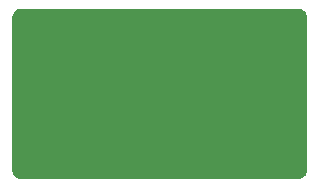
<source format=gbl>
%TF.GenerationSoftware,KiCad,Pcbnew,(6.0.0-0)*%
%TF.CreationDate,2022-08-03T15:32:13+03:00*%
%TF.ProjectId,miniRGBii,6d696e69-5247-4426-9969-2e6b69636164,1.1*%
%TF.SameCoordinates,Original*%
%TF.FileFunction,Copper,L2,Bot*%
%TF.FilePolarity,Positive*%
%FSLAX46Y46*%
G04 Gerber Fmt 4.6, Leading zero omitted, Abs format (unit mm)*
G04 Created by KiCad (PCBNEW (6.0.0-0)) date 2022-08-03 15:32:13*
%MOMM*%
%LPD*%
G01*
G04 APERTURE LIST*
%TA.AperFunction,ViaPad*%
%ADD10C,0.800000*%
%TD*%
G04 APERTURE END LIST*
D10*
X209042000Y-55753000D03*
X210566000Y-62103000D03*
X212725000Y-62103000D03*
X201041000Y-56134000D03*
X201168000Y-54356000D03*
X201041000Y-59690000D03*
X211201000Y-58722000D03*
X210566000Y-63989000D03*
X210566000Y-65786000D03*
%TA.AperFunction,Conductor*%
G36*
X218334608Y-52523914D02*
G01*
X218339145Y-52524714D01*
X218350000Y-52526628D01*
X218360857Y-52524714D01*
X218371368Y-52524714D01*
X218383715Y-52525321D01*
X218396988Y-52526628D01*
X218474214Y-52534234D01*
X218498437Y-52539052D01*
X218606009Y-52571683D01*
X218628820Y-52581132D01*
X218727960Y-52634124D01*
X218748494Y-52647845D01*
X218835382Y-52719152D01*
X218852847Y-52736617D01*
X218920487Y-52819036D01*
X218924155Y-52823506D01*
X218937878Y-52844043D01*
X218990867Y-52943178D01*
X219000317Y-52965991D01*
X219016096Y-53018007D01*
X219032948Y-53073561D01*
X219037766Y-53097786D01*
X219046679Y-53188282D01*
X219047286Y-53200632D01*
X219047286Y-53211143D01*
X219045372Y-53222000D01*
X219047286Y-53232855D01*
X219048086Y-53237392D01*
X219050000Y-53259271D01*
X219050000Y-66184729D01*
X219048086Y-66206608D01*
X219045372Y-66222000D01*
X219047286Y-66232857D01*
X219047286Y-66243368D01*
X219046679Y-66255718D01*
X219037766Y-66346214D01*
X219032948Y-66370437D01*
X219000317Y-66478009D01*
X218990867Y-66500822D01*
X218937878Y-66599957D01*
X218924157Y-66620491D01*
X218852848Y-66707382D01*
X218835382Y-66724848D01*
X218748494Y-66796155D01*
X218727960Y-66809876D01*
X218628822Y-66862867D01*
X218606009Y-66872317D01*
X218498437Y-66904948D01*
X218474214Y-66909766D01*
X218413014Y-66915794D01*
X218383715Y-66918679D01*
X218371368Y-66919286D01*
X218360857Y-66919286D01*
X218350000Y-66917372D01*
X218339145Y-66919286D01*
X218334608Y-66920086D01*
X218312729Y-66922000D01*
X194839271Y-66922000D01*
X194817392Y-66920086D01*
X194812855Y-66919286D01*
X194802000Y-66917372D01*
X194791143Y-66919286D01*
X194780632Y-66919286D01*
X194768285Y-66918679D01*
X194738986Y-66915794D01*
X194677786Y-66909766D01*
X194653563Y-66904948D01*
X194545991Y-66872317D01*
X194523178Y-66862867D01*
X194424040Y-66809876D01*
X194403506Y-66796155D01*
X194316618Y-66724848D01*
X194299152Y-66707382D01*
X194227843Y-66620491D01*
X194214122Y-66599957D01*
X194161133Y-66500822D01*
X194151683Y-66478009D01*
X194119052Y-66370437D01*
X194114234Y-66346214D01*
X194105321Y-66255718D01*
X194104714Y-66243368D01*
X194104714Y-66232857D01*
X194106628Y-66222000D01*
X194103914Y-66206608D01*
X194102000Y-66184729D01*
X194102000Y-53259271D01*
X194103914Y-53237392D01*
X194104714Y-53232855D01*
X194106628Y-53222000D01*
X194104714Y-53211143D01*
X194104714Y-53200632D01*
X194105321Y-53188282D01*
X194114234Y-53097786D01*
X194119052Y-53073561D01*
X194135904Y-53018007D01*
X194151683Y-52965991D01*
X194161133Y-52943178D01*
X194214122Y-52844043D01*
X194227845Y-52823506D01*
X194231514Y-52819036D01*
X194299153Y-52736617D01*
X194316618Y-52719152D01*
X194403506Y-52647845D01*
X194424040Y-52634124D01*
X194523180Y-52581132D01*
X194545991Y-52571683D01*
X194653563Y-52539052D01*
X194677786Y-52534234D01*
X194755012Y-52526628D01*
X194768285Y-52525321D01*
X194780632Y-52524714D01*
X194791143Y-52524714D01*
X194802000Y-52526628D01*
X194817392Y-52523914D01*
X194839271Y-52522000D01*
X218312729Y-52522000D01*
X218334608Y-52523914D01*
G37*
%TD.AperFunction*%
M02*

</source>
